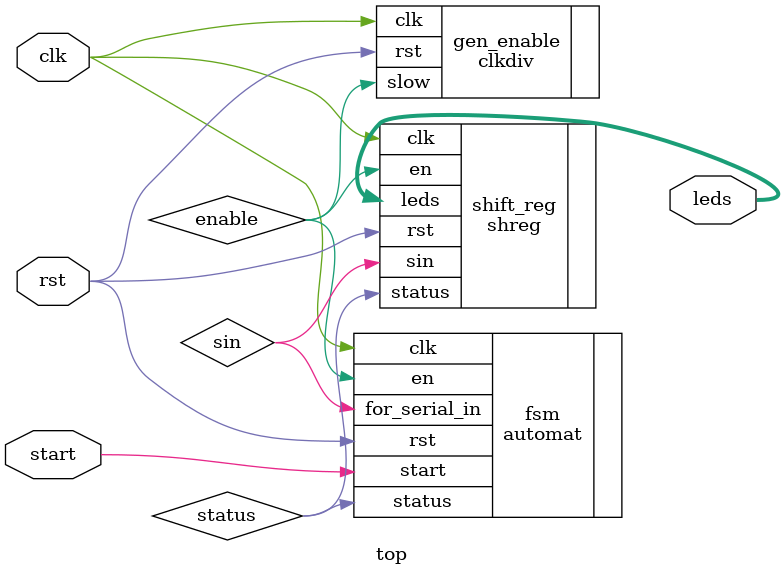
<source format=sv>
`timescale 1ns / 1ps


module top #(parameter div = 50_000_000)(input clk, input rst, start, output [7:0] leds);


shreg shift_reg (.clk(clk), .rst(rst), .en(enable), .sin(sin), .leds(leds), .status(status));
clkdiv #(.div(div)) gen_enable(.clk(clk), .rst(rst), .slow(enable));
automat fsm(.clk(clk), .rst(rst), .start(start), .status(status), .en(enable), .for_serial_in(sin));

endmodule

</source>
